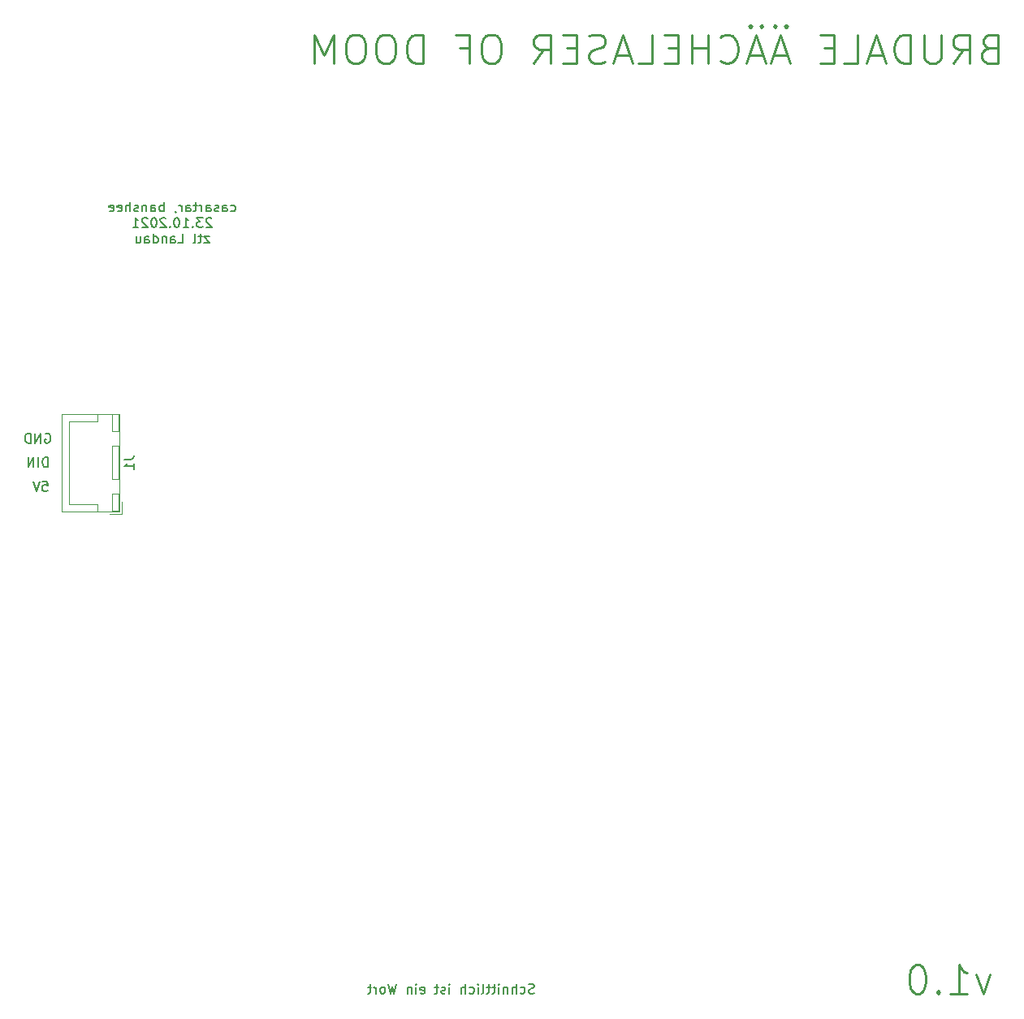
<source format=gbo>
G04 #@! TF.GenerationSoftware,KiCad,Pcbnew,(5.1.10)-1*
G04 #@! TF.CreationDate,2021-10-24T10:48:28+02:00*
G04 #@! TF.ProjectId,amepl_led,616d6570-6c5f-46c6-9564-2e6b69636164,rev?*
G04 #@! TF.SameCoordinates,Original*
G04 #@! TF.FileFunction,Legend,Bot*
G04 #@! TF.FilePolarity,Positive*
%FSLAX46Y46*%
G04 Gerber Fmt 4.6, Leading zero omitted, Abs format (unit mm)*
G04 Created by KiCad (PCBNEW (5.1.10)-1) date 2021-10-24 10:48:28*
%MOMM*%
%LPD*%
G01*
G04 APERTURE LIST*
%ADD10C,0.250000*%
%ADD11C,0.150000*%
%ADD12C,0.120000*%
%ADD13O,2.052000X1.802000*%
G04 APERTURE END LIST*
D10*
X183785714Y-200857142D02*
X183071428Y-202857142D01*
X182357142Y-200857142D01*
X179642857Y-202857142D02*
X181357142Y-202857142D01*
X180500000Y-202857142D02*
X180500000Y-199857142D01*
X180785714Y-200285714D01*
X181071428Y-200571428D01*
X181357142Y-200714285D01*
X178357142Y-202571428D02*
X178214285Y-202714285D01*
X178357142Y-202857142D01*
X178500000Y-202714285D01*
X178357142Y-202571428D01*
X178357142Y-202857142D01*
X176357142Y-199857142D02*
X176071428Y-199857142D01*
X175785714Y-200000000D01*
X175642857Y-200142857D01*
X175500000Y-200428571D01*
X175357142Y-201000000D01*
X175357142Y-201714285D01*
X175500000Y-202285714D01*
X175642857Y-202571428D01*
X175785714Y-202714285D01*
X176071428Y-202857142D01*
X176357142Y-202857142D01*
X176642857Y-202714285D01*
X176785714Y-202571428D01*
X176928571Y-202285714D01*
X177071428Y-201714285D01*
X177071428Y-201000000D01*
X176928571Y-200428571D01*
X176785714Y-200142857D01*
X176642857Y-200000000D01*
X176357142Y-199857142D01*
D11*
X84990476Y-149452380D02*
X85466666Y-149452380D01*
X85514285Y-149928571D01*
X85466666Y-149880952D01*
X85371428Y-149833333D01*
X85133333Y-149833333D01*
X85038095Y-149880952D01*
X84990476Y-149928571D01*
X84942857Y-150023809D01*
X84942857Y-150261904D01*
X84990476Y-150357142D01*
X85038095Y-150404761D01*
X85133333Y-150452380D01*
X85371428Y-150452380D01*
X85466666Y-150404761D01*
X85514285Y-150357142D01*
X84657142Y-149452380D02*
X84323809Y-150452380D01*
X83990476Y-149452380D01*
X85523809Y-147952380D02*
X85523809Y-146952380D01*
X85285714Y-146952380D01*
X85142857Y-147000000D01*
X85047619Y-147095238D01*
X85000000Y-147190476D01*
X84952380Y-147380952D01*
X84952380Y-147523809D01*
X85000000Y-147714285D01*
X85047619Y-147809523D01*
X85142857Y-147904761D01*
X85285714Y-147952380D01*
X85523809Y-147952380D01*
X84523809Y-147952380D02*
X84523809Y-146952380D01*
X84047619Y-147952380D02*
X84047619Y-146952380D01*
X83476190Y-147952380D01*
X83476190Y-146952380D01*
X85261904Y-144500000D02*
X85357142Y-144452380D01*
X85500000Y-144452380D01*
X85642857Y-144500000D01*
X85738095Y-144595238D01*
X85785714Y-144690476D01*
X85833333Y-144880952D01*
X85833333Y-145023809D01*
X85785714Y-145214285D01*
X85738095Y-145309523D01*
X85642857Y-145404761D01*
X85500000Y-145452380D01*
X85404761Y-145452380D01*
X85261904Y-145404761D01*
X85214285Y-145357142D01*
X85214285Y-145023809D01*
X85404761Y-145023809D01*
X84785714Y-145452380D02*
X84785714Y-144452380D01*
X84214285Y-145452380D01*
X84214285Y-144452380D01*
X83738095Y-145452380D02*
X83738095Y-144452380D01*
X83500000Y-144452380D01*
X83357142Y-144500000D01*
X83261904Y-144595238D01*
X83214285Y-144690476D01*
X83166666Y-144880952D01*
X83166666Y-145023809D01*
X83214285Y-145214285D01*
X83261904Y-145309523D01*
X83357142Y-145404761D01*
X83500000Y-145452380D01*
X83738095Y-145452380D01*
X136219047Y-202804761D02*
X136076190Y-202852380D01*
X135838095Y-202852380D01*
X135742857Y-202804761D01*
X135695238Y-202757142D01*
X135647619Y-202661904D01*
X135647619Y-202566666D01*
X135695238Y-202471428D01*
X135742857Y-202423809D01*
X135838095Y-202376190D01*
X136028571Y-202328571D01*
X136123809Y-202280952D01*
X136171428Y-202233333D01*
X136219047Y-202138095D01*
X136219047Y-202042857D01*
X136171428Y-201947619D01*
X136123809Y-201900000D01*
X136028571Y-201852380D01*
X135790476Y-201852380D01*
X135647619Y-201900000D01*
X134790476Y-202804761D02*
X134885714Y-202852380D01*
X135076190Y-202852380D01*
X135171428Y-202804761D01*
X135219047Y-202757142D01*
X135266666Y-202661904D01*
X135266666Y-202376190D01*
X135219047Y-202280952D01*
X135171428Y-202233333D01*
X135076190Y-202185714D01*
X134885714Y-202185714D01*
X134790476Y-202233333D01*
X134361904Y-202852380D02*
X134361904Y-201852380D01*
X133933333Y-202852380D02*
X133933333Y-202328571D01*
X133980952Y-202233333D01*
X134076190Y-202185714D01*
X134219047Y-202185714D01*
X134314285Y-202233333D01*
X134361904Y-202280952D01*
X133457142Y-202185714D02*
X133457142Y-202852380D01*
X133457142Y-202280952D02*
X133409523Y-202233333D01*
X133314285Y-202185714D01*
X133171428Y-202185714D01*
X133076190Y-202233333D01*
X133028571Y-202328571D01*
X133028571Y-202852380D01*
X132552380Y-202852380D02*
X132552380Y-202185714D01*
X132552380Y-201852380D02*
X132600000Y-201900000D01*
X132552380Y-201947619D01*
X132504761Y-201900000D01*
X132552380Y-201852380D01*
X132552380Y-201947619D01*
X132219047Y-202185714D02*
X131838095Y-202185714D01*
X132076190Y-201852380D02*
X132076190Y-202709523D01*
X132028571Y-202804761D01*
X131933333Y-202852380D01*
X131838095Y-202852380D01*
X131647619Y-202185714D02*
X131266666Y-202185714D01*
X131504761Y-201852380D02*
X131504761Y-202709523D01*
X131457142Y-202804761D01*
X131361904Y-202852380D01*
X131266666Y-202852380D01*
X130790476Y-202852380D02*
X130885714Y-202804761D01*
X130933333Y-202709523D01*
X130933333Y-201852380D01*
X130409523Y-202852380D02*
X130409523Y-202185714D01*
X130409523Y-201852380D02*
X130457142Y-201900000D01*
X130409523Y-201947619D01*
X130361904Y-201900000D01*
X130409523Y-201852380D01*
X130409523Y-201947619D01*
X129504761Y-202804761D02*
X129600000Y-202852380D01*
X129790476Y-202852380D01*
X129885714Y-202804761D01*
X129933333Y-202757142D01*
X129980952Y-202661904D01*
X129980952Y-202376190D01*
X129933333Y-202280952D01*
X129885714Y-202233333D01*
X129790476Y-202185714D01*
X129600000Y-202185714D01*
X129504761Y-202233333D01*
X129076190Y-202852380D02*
X129076190Y-201852380D01*
X128647619Y-202852380D02*
X128647619Y-202328571D01*
X128695238Y-202233333D01*
X128790476Y-202185714D01*
X128933333Y-202185714D01*
X129028571Y-202233333D01*
X129076190Y-202280952D01*
X127409523Y-202852380D02*
X127409523Y-202185714D01*
X127409523Y-201852380D02*
X127457142Y-201900000D01*
X127409523Y-201947619D01*
X127361904Y-201900000D01*
X127409523Y-201852380D01*
X127409523Y-201947619D01*
X126980952Y-202804761D02*
X126885714Y-202852380D01*
X126695238Y-202852380D01*
X126600000Y-202804761D01*
X126552380Y-202709523D01*
X126552380Y-202661904D01*
X126600000Y-202566666D01*
X126695238Y-202519047D01*
X126838095Y-202519047D01*
X126933333Y-202471428D01*
X126980952Y-202376190D01*
X126980952Y-202328571D01*
X126933333Y-202233333D01*
X126838095Y-202185714D01*
X126695238Y-202185714D01*
X126600000Y-202233333D01*
X126266666Y-202185714D02*
X125885714Y-202185714D01*
X126123809Y-201852380D02*
X126123809Y-202709523D01*
X126076190Y-202804761D01*
X125980952Y-202852380D01*
X125885714Y-202852380D01*
X124409523Y-202804761D02*
X124504761Y-202852380D01*
X124695238Y-202852380D01*
X124790476Y-202804761D01*
X124838095Y-202709523D01*
X124838095Y-202328571D01*
X124790476Y-202233333D01*
X124695238Y-202185714D01*
X124504761Y-202185714D01*
X124409523Y-202233333D01*
X124361904Y-202328571D01*
X124361904Y-202423809D01*
X124838095Y-202519047D01*
X123933333Y-202852380D02*
X123933333Y-202185714D01*
X123933333Y-201852380D02*
X123980952Y-201900000D01*
X123933333Y-201947619D01*
X123885714Y-201900000D01*
X123933333Y-201852380D01*
X123933333Y-201947619D01*
X123457142Y-202185714D02*
X123457142Y-202852380D01*
X123457142Y-202280952D02*
X123409523Y-202233333D01*
X123314285Y-202185714D01*
X123171428Y-202185714D01*
X123076190Y-202233333D01*
X123028571Y-202328571D01*
X123028571Y-202852380D01*
X121885714Y-201852380D02*
X121647619Y-202852380D01*
X121457142Y-202138095D01*
X121266666Y-202852380D01*
X121028571Y-201852380D01*
X120504761Y-202852380D02*
X120600000Y-202804761D01*
X120647619Y-202757142D01*
X120695238Y-202661904D01*
X120695238Y-202376190D01*
X120647619Y-202280952D01*
X120600000Y-202233333D01*
X120504761Y-202185714D01*
X120361904Y-202185714D01*
X120266666Y-202233333D01*
X120219047Y-202280952D01*
X120171428Y-202376190D01*
X120171428Y-202661904D01*
X120219047Y-202757142D01*
X120266666Y-202804761D01*
X120361904Y-202852380D01*
X120504761Y-202852380D01*
X119742857Y-202852380D02*
X119742857Y-202185714D01*
X119742857Y-202376190D02*
X119695238Y-202280952D01*
X119647619Y-202233333D01*
X119552380Y-202185714D01*
X119457142Y-202185714D01*
X119266666Y-202185714D02*
X118885714Y-202185714D01*
X119123809Y-201852380D02*
X119123809Y-202709523D01*
X119076190Y-202804761D01*
X118980952Y-202852380D01*
X118885714Y-202852380D01*
D10*
X183642857Y-104285714D02*
X183214285Y-104428571D01*
X183071428Y-104571428D01*
X182928571Y-104857142D01*
X182928571Y-105285714D01*
X183071428Y-105571428D01*
X183214285Y-105714285D01*
X183500000Y-105857142D01*
X184642857Y-105857142D01*
X184642857Y-102857142D01*
X183642857Y-102857142D01*
X183357142Y-103000000D01*
X183214285Y-103142857D01*
X183071428Y-103428571D01*
X183071428Y-103714285D01*
X183214285Y-104000000D01*
X183357142Y-104142857D01*
X183642857Y-104285714D01*
X184642857Y-104285714D01*
X179928571Y-105857142D02*
X180928571Y-104428571D01*
X181642857Y-105857142D02*
X181642857Y-102857142D01*
X180500000Y-102857142D01*
X180214285Y-103000000D01*
X180071428Y-103142857D01*
X179928571Y-103428571D01*
X179928571Y-103857142D01*
X180071428Y-104142857D01*
X180214285Y-104285714D01*
X180500000Y-104428571D01*
X181642857Y-104428571D01*
X178642857Y-102857142D02*
X178642857Y-105285714D01*
X178500000Y-105571428D01*
X178357142Y-105714285D01*
X178071428Y-105857142D01*
X177500000Y-105857142D01*
X177214285Y-105714285D01*
X177071428Y-105571428D01*
X176928571Y-105285714D01*
X176928571Y-102857142D01*
X175500000Y-105857142D02*
X175500000Y-102857142D01*
X174785714Y-102857142D01*
X174357142Y-103000000D01*
X174071428Y-103285714D01*
X173928571Y-103571428D01*
X173785714Y-104142857D01*
X173785714Y-104571428D01*
X173928571Y-105142857D01*
X174071428Y-105428571D01*
X174357142Y-105714285D01*
X174785714Y-105857142D01*
X175500000Y-105857142D01*
X172642857Y-105000000D02*
X171214285Y-105000000D01*
X172928571Y-105857142D02*
X171928571Y-102857142D01*
X170928571Y-105857142D01*
X168500000Y-105857142D02*
X169928571Y-105857142D01*
X169928571Y-102857142D01*
X167500000Y-104285714D02*
X166500000Y-104285714D01*
X166071428Y-105857142D02*
X167500000Y-105857142D01*
X167500000Y-102857142D01*
X166071428Y-102857142D01*
X162642857Y-105000000D02*
X161214285Y-105000000D01*
X162928571Y-105857142D02*
X161928571Y-102857142D01*
X160928571Y-105857142D01*
X162500000Y-101857142D02*
X162357142Y-102000000D01*
X162500000Y-102142857D01*
X162642857Y-102000000D01*
X162500000Y-101857142D01*
X162500000Y-102142857D01*
X161357142Y-101857142D02*
X161214285Y-102000000D01*
X161357142Y-102142857D01*
X161500000Y-102000000D01*
X161357142Y-101857142D01*
X161357142Y-102142857D01*
X160071428Y-105000000D02*
X158642857Y-105000000D01*
X160357142Y-105857142D02*
X159357142Y-102857142D01*
X158357142Y-105857142D01*
X159928571Y-101857142D02*
X159785714Y-102000000D01*
X159928571Y-102142857D01*
X160071428Y-102000000D01*
X159928571Y-101857142D01*
X159928571Y-102142857D01*
X158785714Y-101857142D02*
X158642857Y-102000000D01*
X158785714Y-102142857D01*
X158928571Y-102000000D01*
X158785714Y-101857142D01*
X158785714Y-102142857D01*
X155642857Y-105571428D02*
X155785714Y-105714285D01*
X156214285Y-105857142D01*
X156500000Y-105857142D01*
X156928571Y-105714285D01*
X157214285Y-105428571D01*
X157357142Y-105142857D01*
X157500000Y-104571428D01*
X157500000Y-104142857D01*
X157357142Y-103571428D01*
X157214285Y-103285714D01*
X156928571Y-103000000D01*
X156500000Y-102857142D01*
X156214285Y-102857142D01*
X155785714Y-103000000D01*
X155642857Y-103142857D01*
X154357142Y-105857142D02*
X154357142Y-102857142D01*
X154357142Y-104285714D02*
X152642857Y-104285714D01*
X152642857Y-105857142D02*
X152642857Y-102857142D01*
X151214285Y-104285714D02*
X150214285Y-104285714D01*
X149785714Y-105857142D02*
X151214285Y-105857142D01*
X151214285Y-102857142D01*
X149785714Y-102857142D01*
X147071428Y-105857142D02*
X148500000Y-105857142D01*
X148500000Y-102857142D01*
X146214285Y-105000000D02*
X144785714Y-105000000D01*
X146500000Y-105857142D02*
X145500000Y-102857142D01*
X144500000Y-105857142D01*
X143642857Y-105714285D02*
X143214285Y-105857142D01*
X142500000Y-105857142D01*
X142214285Y-105714285D01*
X142071428Y-105571428D01*
X141928571Y-105285714D01*
X141928571Y-105000000D01*
X142071428Y-104714285D01*
X142214285Y-104571428D01*
X142500000Y-104428571D01*
X143071428Y-104285714D01*
X143357142Y-104142857D01*
X143500000Y-104000000D01*
X143642857Y-103714285D01*
X143642857Y-103428571D01*
X143500000Y-103142857D01*
X143357142Y-103000000D01*
X143071428Y-102857142D01*
X142357142Y-102857142D01*
X141928571Y-103000000D01*
X140642857Y-104285714D02*
X139642857Y-104285714D01*
X139214285Y-105857142D02*
X140642857Y-105857142D01*
X140642857Y-102857142D01*
X139214285Y-102857142D01*
X136214285Y-105857142D02*
X137214285Y-104428571D01*
X137928571Y-105857142D02*
X137928571Y-102857142D01*
X136785714Y-102857142D01*
X136500000Y-103000000D01*
X136357142Y-103142857D01*
X136214285Y-103428571D01*
X136214285Y-103857142D01*
X136357142Y-104142857D01*
X136500000Y-104285714D01*
X136785714Y-104428571D01*
X137928571Y-104428571D01*
X132071428Y-102857142D02*
X131500000Y-102857142D01*
X131214285Y-103000000D01*
X130928571Y-103285714D01*
X130785714Y-103857142D01*
X130785714Y-104857142D01*
X130928571Y-105428571D01*
X131214285Y-105714285D01*
X131500000Y-105857142D01*
X132071428Y-105857142D01*
X132357142Y-105714285D01*
X132642857Y-105428571D01*
X132785714Y-104857142D01*
X132785714Y-103857142D01*
X132642857Y-103285714D01*
X132357142Y-103000000D01*
X132071428Y-102857142D01*
X128500000Y-104285714D02*
X129500000Y-104285714D01*
X129500000Y-105857142D02*
X129500000Y-102857142D01*
X128071428Y-102857142D01*
X124642857Y-105857142D02*
X124642857Y-102857142D01*
X123928571Y-102857142D01*
X123500000Y-103000000D01*
X123214285Y-103285714D01*
X123071428Y-103571428D01*
X122928571Y-104142857D01*
X122928571Y-104571428D01*
X123071428Y-105142857D01*
X123214285Y-105428571D01*
X123500000Y-105714285D01*
X123928571Y-105857142D01*
X124642857Y-105857142D01*
X121071428Y-102857142D02*
X120500000Y-102857142D01*
X120214285Y-103000000D01*
X119928571Y-103285714D01*
X119785714Y-103857142D01*
X119785714Y-104857142D01*
X119928571Y-105428571D01*
X120214285Y-105714285D01*
X120500000Y-105857142D01*
X121071428Y-105857142D01*
X121357142Y-105714285D01*
X121642857Y-105428571D01*
X121785714Y-104857142D01*
X121785714Y-103857142D01*
X121642857Y-103285714D01*
X121357142Y-103000000D01*
X121071428Y-102857142D01*
X117928571Y-102857142D02*
X117357142Y-102857142D01*
X117071428Y-103000000D01*
X116785714Y-103285714D01*
X116642857Y-103857142D01*
X116642857Y-104857142D01*
X116785714Y-105428571D01*
X117071428Y-105714285D01*
X117357142Y-105857142D01*
X117928571Y-105857142D01*
X118214285Y-105714285D01*
X118500000Y-105428571D01*
X118642857Y-104857142D01*
X118642857Y-103857142D01*
X118500000Y-103285714D01*
X118214285Y-103000000D01*
X117928571Y-102857142D01*
X115357142Y-105857142D02*
X115357142Y-102857142D01*
X114357142Y-105000000D01*
X113357142Y-102857142D01*
X113357142Y-105857142D01*
D11*
X104619047Y-121254761D02*
X104714285Y-121302380D01*
X104904761Y-121302380D01*
X105000000Y-121254761D01*
X105047619Y-121207142D01*
X105095238Y-121111904D01*
X105095238Y-120826190D01*
X105047619Y-120730952D01*
X105000000Y-120683333D01*
X104904761Y-120635714D01*
X104714285Y-120635714D01*
X104619047Y-120683333D01*
X103761904Y-121302380D02*
X103761904Y-120778571D01*
X103809523Y-120683333D01*
X103904761Y-120635714D01*
X104095238Y-120635714D01*
X104190476Y-120683333D01*
X103761904Y-121254761D02*
X103857142Y-121302380D01*
X104095238Y-121302380D01*
X104190476Y-121254761D01*
X104238095Y-121159523D01*
X104238095Y-121064285D01*
X104190476Y-120969047D01*
X104095238Y-120921428D01*
X103857142Y-120921428D01*
X103761904Y-120873809D01*
X103333333Y-121254761D02*
X103238095Y-121302380D01*
X103047619Y-121302380D01*
X102952380Y-121254761D01*
X102904761Y-121159523D01*
X102904761Y-121111904D01*
X102952380Y-121016666D01*
X103047619Y-120969047D01*
X103190476Y-120969047D01*
X103285714Y-120921428D01*
X103333333Y-120826190D01*
X103333333Y-120778571D01*
X103285714Y-120683333D01*
X103190476Y-120635714D01*
X103047619Y-120635714D01*
X102952380Y-120683333D01*
X102047619Y-121302380D02*
X102047619Y-120778571D01*
X102095238Y-120683333D01*
X102190476Y-120635714D01*
X102380952Y-120635714D01*
X102476190Y-120683333D01*
X102047619Y-121254761D02*
X102142857Y-121302380D01*
X102380952Y-121302380D01*
X102476190Y-121254761D01*
X102523809Y-121159523D01*
X102523809Y-121064285D01*
X102476190Y-120969047D01*
X102380952Y-120921428D01*
X102142857Y-120921428D01*
X102047619Y-120873809D01*
X101571428Y-121302380D02*
X101571428Y-120635714D01*
X101571428Y-120826190D02*
X101523809Y-120730952D01*
X101476190Y-120683333D01*
X101380952Y-120635714D01*
X101285714Y-120635714D01*
X101095238Y-120635714D02*
X100714285Y-120635714D01*
X100952380Y-120302380D02*
X100952380Y-121159523D01*
X100904761Y-121254761D01*
X100809523Y-121302380D01*
X100714285Y-121302380D01*
X99952380Y-121302380D02*
X99952380Y-120778571D01*
X100000000Y-120683333D01*
X100095238Y-120635714D01*
X100285714Y-120635714D01*
X100380952Y-120683333D01*
X99952380Y-121254761D02*
X100047619Y-121302380D01*
X100285714Y-121302380D01*
X100380952Y-121254761D01*
X100428571Y-121159523D01*
X100428571Y-121064285D01*
X100380952Y-120969047D01*
X100285714Y-120921428D01*
X100047619Y-120921428D01*
X99952380Y-120873809D01*
X99476190Y-121302380D02*
X99476190Y-120635714D01*
X99476190Y-120826190D02*
X99428571Y-120730952D01*
X99380952Y-120683333D01*
X99285714Y-120635714D01*
X99190476Y-120635714D01*
X98809523Y-121254761D02*
X98809523Y-121302380D01*
X98857142Y-121397619D01*
X98904761Y-121445238D01*
X97619047Y-121302380D02*
X97619047Y-120302380D01*
X97619047Y-120683333D02*
X97523809Y-120635714D01*
X97333333Y-120635714D01*
X97238095Y-120683333D01*
X97190476Y-120730952D01*
X97142857Y-120826190D01*
X97142857Y-121111904D01*
X97190476Y-121207142D01*
X97238095Y-121254761D01*
X97333333Y-121302380D01*
X97523809Y-121302380D01*
X97619047Y-121254761D01*
X96285714Y-121302380D02*
X96285714Y-120778571D01*
X96333333Y-120683333D01*
X96428571Y-120635714D01*
X96619047Y-120635714D01*
X96714285Y-120683333D01*
X96285714Y-121254761D02*
X96380952Y-121302380D01*
X96619047Y-121302380D01*
X96714285Y-121254761D01*
X96761904Y-121159523D01*
X96761904Y-121064285D01*
X96714285Y-120969047D01*
X96619047Y-120921428D01*
X96380952Y-120921428D01*
X96285714Y-120873809D01*
X95809523Y-120635714D02*
X95809523Y-121302380D01*
X95809523Y-120730952D02*
X95761904Y-120683333D01*
X95666666Y-120635714D01*
X95523809Y-120635714D01*
X95428571Y-120683333D01*
X95380952Y-120778571D01*
X95380952Y-121302380D01*
X94952380Y-121254761D02*
X94857142Y-121302380D01*
X94666666Y-121302380D01*
X94571428Y-121254761D01*
X94523809Y-121159523D01*
X94523809Y-121111904D01*
X94571428Y-121016666D01*
X94666666Y-120969047D01*
X94809523Y-120969047D01*
X94904761Y-120921428D01*
X94952380Y-120826190D01*
X94952380Y-120778571D01*
X94904761Y-120683333D01*
X94809523Y-120635714D01*
X94666666Y-120635714D01*
X94571428Y-120683333D01*
X94095238Y-121302380D02*
X94095238Y-120302380D01*
X93666666Y-121302380D02*
X93666666Y-120778571D01*
X93714285Y-120683333D01*
X93809523Y-120635714D01*
X93952380Y-120635714D01*
X94047619Y-120683333D01*
X94095238Y-120730952D01*
X92809523Y-121254761D02*
X92904761Y-121302380D01*
X93095238Y-121302380D01*
X93190476Y-121254761D01*
X93238095Y-121159523D01*
X93238095Y-120778571D01*
X93190476Y-120683333D01*
X93095238Y-120635714D01*
X92904761Y-120635714D01*
X92809523Y-120683333D01*
X92761904Y-120778571D01*
X92761904Y-120873809D01*
X93238095Y-120969047D01*
X91952380Y-121254761D02*
X92047619Y-121302380D01*
X92238095Y-121302380D01*
X92333333Y-121254761D01*
X92380952Y-121159523D01*
X92380952Y-120778571D01*
X92333333Y-120683333D01*
X92238095Y-120635714D01*
X92047619Y-120635714D01*
X91952380Y-120683333D01*
X91904761Y-120778571D01*
X91904761Y-120873809D01*
X92380952Y-120969047D01*
X102595238Y-122047619D02*
X102547619Y-122000000D01*
X102452380Y-121952380D01*
X102214285Y-121952380D01*
X102119047Y-122000000D01*
X102071428Y-122047619D01*
X102023809Y-122142857D01*
X102023809Y-122238095D01*
X102071428Y-122380952D01*
X102642857Y-122952380D01*
X102023809Y-122952380D01*
X101690476Y-121952380D02*
X101071428Y-121952380D01*
X101404761Y-122333333D01*
X101261904Y-122333333D01*
X101166666Y-122380952D01*
X101119047Y-122428571D01*
X101071428Y-122523809D01*
X101071428Y-122761904D01*
X101119047Y-122857142D01*
X101166666Y-122904761D01*
X101261904Y-122952380D01*
X101547619Y-122952380D01*
X101642857Y-122904761D01*
X101690476Y-122857142D01*
X100642857Y-122857142D02*
X100595238Y-122904761D01*
X100642857Y-122952380D01*
X100690476Y-122904761D01*
X100642857Y-122857142D01*
X100642857Y-122952380D01*
X99642857Y-122952380D02*
X100214285Y-122952380D01*
X99928571Y-122952380D02*
X99928571Y-121952380D01*
X100023809Y-122095238D01*
X100119047Y-122190476D01*
X100214285Y-122238095D01*
X99023809Y-121952380D02*
X98928571Y-121952380D01*
X98833333Y-122000000D01*
X98785714Y-122047619D01*
X98738095Y-122142857D01*
X98690476Y-122333333D01*
X98690476Y-122571428D01*
X98738095Y-122761904D01*
X98785714Y-122857142D01*
X98833333Y-122904761D01*
X98928571Y-122952380D01*
X99023809Y-122952380D01*
X99119047Y-122904761D01*
X99166666Y-122857142D01*
X99214285Y-122761904D01*
X99261904Y-122571428D01*
X99261904Y-122333333D01*
X99214285Y-122142857D01*
X99166666Y-122047619D01*
X99119047Y-122000000D01*
X99023809Y-121952380D01*
X98261904Y-122857142D02*
X98214285Y-122904761D01*
X98261904Y-122952380D01*
X98309523Y-122904761D01*
X98261904Y-122857142D01*
X98261904Y-122952380D01*
X97833333Y-122047619D02*
X97785714Y-122000000D01*
X97690476Y-121952380D01*
X97452380Y-121952380D01*
X97357142Y-122000000D01*
X97309523Y-122047619D01*
X97261904Y-122142857D01*
X97261904Y-122238095D01*
X97309523Y-122380952D01*
X97880952Y-122952380D01*
X97261904Y-122952380D01*
X96642857Y-121952380D02*
X96547619Y-121952380D01*
X96452380Y-122000000D01*
X96404761Y-122047619D01*
X96357142Y-122142857D01*
X96309523Y-122333333D01*
X96309523Y-122571428D01*
X96357142Y-122761904D01*
X96404761Y-122857142D01*
X96452380Y-122904761D01*
X96547619Y-122952380D01*
X96642857Y-122952380D01*
X96738095Y-122904761D01*
X96785714Y-122857142D01*
X96833333Y-122761904D01*
X96880952Y-122571428D01*
X96880952Y-122333333D01*
X96833333Y-122142857D01*
X96785714Y-122047619D01*
X96738095Y-122000000D01*
X96642857Y-121952380D01*
X95928571Y-122047619D02*
X95880952Y-122000000D01*
X95785714Y-121952380D01*
X95547619Y-121952380D01*
X95452380Y-122000000D01*
X95404761Y-122047619D01*
X95357142Y-122142857D01*
X95357142Y-122238095D01*
X95404761Y-122380952D01*
X95976190Y-122952380D01*
X95357142Y-122952380D01*
X94404761Y-122952380D02*
X94976190Y-122952380D01*
X94690476Y-122952380D02*
X94690476Y-121952380D01*
X94785714Y-122095238D01*
X94880952Y-122190476D01*
X94976190Y-122238095D01*
X102357142Y-123935714D02*
X101833333Y-123935714D01*
X102357142Y-124602380D01*
X101833333Y-124602380D01*
X101595238Y-123935714D02*
X101214285Y-123935714D01*
X101452380Y-123602380D02*
X101452380Y-124459523D01*
X101404761Y-124554761D01*
X101309523Y-124602380D01*
X101214285Y-124602380D01*
X100738095Y-124602380D02*
X100833333Y-124554761D01*
X100880952Y-124459523D01*
X100880952Y-123602380D01*
X99119047Y-124602380D02*
X99595238Y-124602380D01*
X99595238Y-123602380D01*
X98357142Y-124602380D02*
X98357142Y-124078571D01*
X98404761Y-123983333D01*
X98500000Y-123935714D01*
X98690476Y-123935714D01*
X98785714Y-123983333D01*
X98357142Y-124554761D02*
X98452380Y-124602380D01*
X98690476Y-124602380D01*
X98785714Y-124554761D01*
X98833333Y-124459523D01*
X98833333Y-124364285D01*
X98785714Y-124269047D01*
X98690476Y-124221428D01*
X98452380Y-124221428D01*
X98357142Y-124173809D01*
X97880952Y-123935714D02*
X97880952Y-124602380D01*
X97880952Y-124030952D02*
X97833333Y-123983333D01*
X97738095Y-123935714D01*
X97595238Y-123935714D01*
X97500000Y-123983333D01*
X97452380Y-124078571D01*
X97452380Y-124602380D01*
X96547619Y-124602380D02*
X96547619Y-123602380D01*
X96547619Y-124554761D02*
X96642857Y-124602380D01*
X96833333Y-124602380D01*
X96928571Y-124554761D01*
X96976190Y-124507142D01*
X97023809Y-124411904D01*
X97023809Y-124126190D01*
X96976190Y-124030952D01*
X96928571Y-123983333D01*
X96833333Y-123935714D01*
X96642857Y-123935714D01*
X96547619Y-123983333D01*
X95642857Y-124602380D02*
X95642857Y-124078571D01*
X95690476Y-123983333D01*
X95785714Y-123935714D01*
X95976190Y-123935714D01*
X96071428Y-123983333D01*
X95642857Y-124554761D02*
X95738095Y-124602380D01*
X95976190Y-124602380D01*
X96071428Y-124554761D01*
X96119047Y-124459523D01*
X96119047Y-124364285D01*
X96071428Y-124269047D01*
X95976190Y-124221428D01*
X95738095Y-124221428D01*
X95642857Y-124173809D01*
X94738095Y-123935714D02*
X94738095Y-124602380D01*
X95166666Y-123935714D02*
X95166666Y-124459523D01*
X95119047Y-124554761D01*
X95023809Y-124602380D01*
X94880952Y-124602380D01*
X94785714Y-124554761D01*
X94738095Y-124507142D01*
D12*
X93250000Y-152850000D02*
X92000000Y-152850000D01*
X93250000Y-151600000D02*
X93250000Y-152850000D01*
X87750000Y-143200000D02*
X87750000Y-147500000D01*
X90700000Y-143200000D02*
X87750000Y-143200000D01*
X90700000Y-142450000D02*
X90700000Y-143200000D01*
X87750000Y-151800000D02*
X87750000Y-147500000D01*
X90700000Y-151800000D02*
X87750000Y-151800000D01*
X90700000Y-152550000D02*
X90700000Y-151800000D01*
X92950000Y-142450000D02*
X92950000Y-144250000D01*
X92200000Y-142450000D02*
X92950000Y-142450000D01*
X92200000Y-144250000D02*
X92200000Y-142450000D01*
X92950000Y-144250000D02*
X92200000Y-144250000D01*
X92950000Y-150750000D02*
X92950000Y-152550000D01*
X92200000Y-150750000D02*
X92950000Y-150750000D01*
X92200000Y-152550000D02*
X92200000Y-150750000D01*
X92950000Y-152550000D02*
X92200000Y-152550000D01*
X92950000Y-145750000D02*
X92950000Y-149250000D01*
X92200000Y-145750000D02*
X92950000Y-145750000D01*
X92200000Y-149250000D02*
X92200000Y-145750000D01*
X92950000Y-149250000D02*
X92200000Y-149250000D01*
X92960000Y-142440000D02*
X92960000Y-152560000D01*
X86990000Y-142440000D02*
X92960000Y-142440000D01*
X86990000Y-152560000D02*
X86990000Y-142440000D01*
X92960000Y-152560000D02*
X86990000Y-152560000D01*
D11*
X93502380Y-147166666D02*
X94216666Y-147166666D01*
X94359523Y-147119047D01*
X94454761Y-147023809D01*
X94502380Y-146880952D01*
X94502380Y-146785714D01*
X94502380Y-148166666D02*
X94502380Y-147595238D01*
X94502380Y-147880952D02*
X93502380Y-147880952D01*
X93645238Y-147785714D01*
X93740476Y-147690476D01*
X93788095Y-147595238D01*
%LPC*%
D13*
X90500000Y-145000000D03*
X90500000Y-147500000D03*
G36*
G01*
X91261000Y-150901000D02*
X89739000Y-150901000D01*
G75*
G02*
X89474000Y-150636000I0J265000D01*
G01*
X89474000Y-149364000D01*
G75*
G02*
X89739000Y-149099000I265000J0D01*
G01*
X91261000Y-149099000D01*
G75*
G02*
X91526000Y-149364000I0J-265000D01*
G01*
X91526000Y-150636000D01*
G75*
G02*
X91261000Y-150901000I-265000J0D01*
G01*
G37*
M02*

</source>
